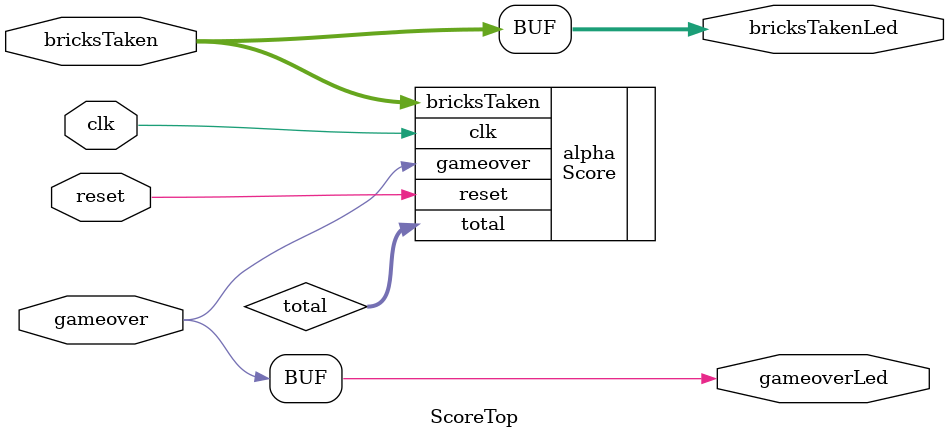
<source format=v>
`timescale 1ns / 1ps


module ScoreTop(clk, 
                reset,
                gameover,
                bricksTaken,
                gameoverLed,
                bricksTakenLed);
                
    input  clk, reset, gameover;
    input  [2:0] bricksTaken;
    output wire gameoverLed;
    output wire  [2:0]  bricksTakenLed;
    wire [12:0] total;
    
   Score alpha(.clk(clk), .reset(reset), .gameover(gameover), .bricksTaken(bricksTaken),.total(total));
    
    assign gameoverLed = gameover; 
    assign bricksTakenLed = bricksTaken;
       
endmodule

</source>
